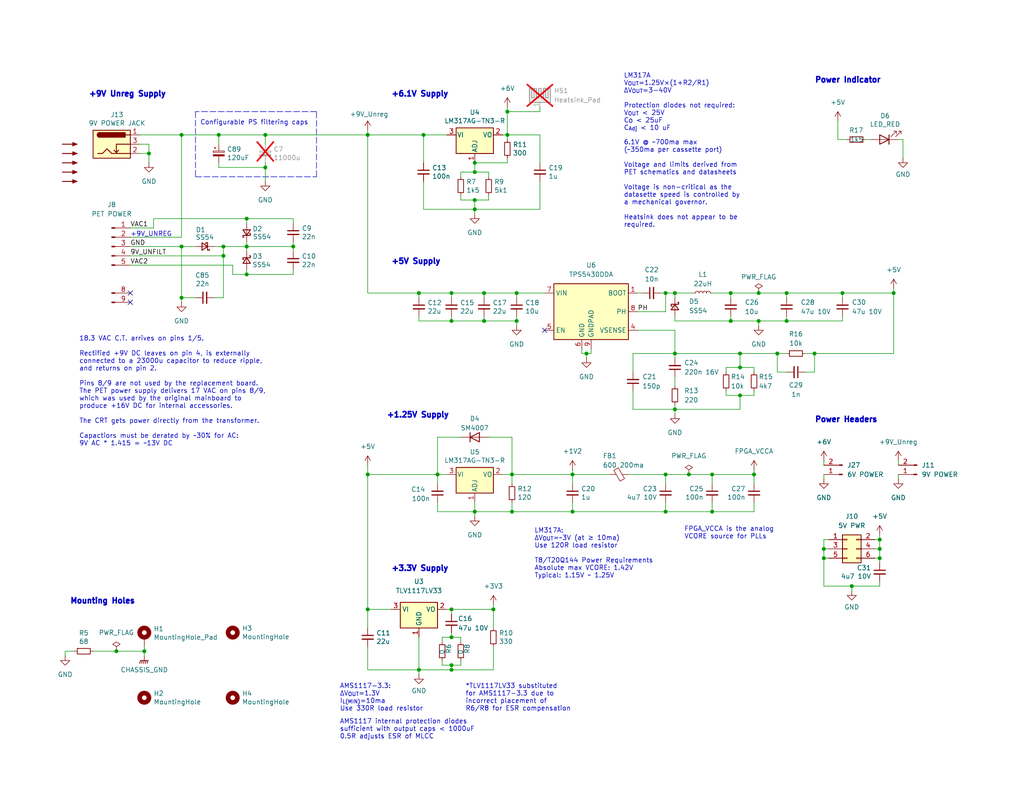
<source format=kicad_sch>
(kicad_sch (version 20231120) (generator "eeschema") (generator_version "8.0")
  (paper "A")
  (title_block (title "EconoPET 40/8096") (date "2023-10-01") (rev "A") (company "https://is.gd/6hpvh6") (comment 1 "Unspecified resistors are 1% / 62.5mW") (comment 2 "Unspecified capacitors are 25V") (comment 3 "Signals with B-prefix are level-shifted from 3V3 to 5V") (comment 4 "License: CC0 1.0 Universal (Public Domain Dedication)"))
  (junction (at 181.61 80.01))
  (junction (at 243.84 80.01))
  (junction (at 224.79 149.86))
  (junction (at 201.93 100.33))
  (junction (at 100.33 166.37))
  (junction (at 181.61 139.7))
  (junction (at 67.31 67.31))
  (junction (at 240.03 147.32))
  (junction (at 139.7 139.7))
  (junction (at 114.3 182.88))
  (junction (at 129.54 46.99))
  (junction (at 224.79 152.4))
  (junction (at 222.25 96.52))
  (junction (at 123.19 80.01))
  (junction (at 207.01 80.01))
  (junction (at 132.08 80.01))
  (junction (at 240.03 149.86))
  (junction (at 40.64 41.91))
  (junction (at 31.75 177.8))
  (junction (at 80.01 67.31))
  (junction (at 194.31 139.7))
  (junction (at 100.33 36.83))
  (junction (at 129.54 57.15))
  (junction (at 49.53 81.28))
  (junction (at 138.43 30.48))
  (junction (at 132.08 87.63))
  (junction (at 212.09 96.52))
  (junction (at 129.54 44.45))
  (junction (at 59.69 36.83))
  (junction (at 201.93 107.95))
  (junction (at 232.41 160.02))
  (junction (at 160.02 96.52))
  (junction (at 194.31 129.54))
  (junction (at 67.31 59.69))
  (junction (at 39.37 177.8))
  (junction (at 201.93 96.52))
  (junction (at 187.96 129.54))
  (junction (at 229.87 80.01))
  (junction (at 72.39 45.72))
  (junction (at 123.19 173.99))
  (junction (at 140.97 87.63))
  (junction (at 49.53 67.31))
  (junction (at 184.15 80.01))
  (junction (at 114.3 80.01))
  (junction (at 184.15 96.52))
  (junction (at 156.21 129.54))
  (junction (at 123.19 182.88))
  (junction (at 240.03 152.4))
  (junction (at 123.19 181.61))
  (junction (at 115.57 36.83))
  (junction (at 181.61 129.54))
  (junction (at 184.15 111.76))
  (junction (at 49.53 36.83))
  (junction (at 214.63 87.63))
  (junction (at 134.62 166.37))
  (junction (at 72.39 36.83))
  (junction (at 138.43 36.83))
  (junction (at 205.74 129.54))
  (junction (at 156.21 139.7))
  (junction (at 60.96 67.31))
  (junction (at 140.97 80.01))
  (junction (at 214.63 80.01))
  (junction (at 100.33 129.54))
  (junction (at 123.19 87.63))
  (junction (at 129.54 54.61))
  (junction (at 123.19 166.37))
  (junction (at 139.7 129.54))
  (junction (at 60.96 69.85))
  (junction (at 67.31 74.93))
  (junction (at 119.38 129.54))
  (junction (at 129.54 139.7))
  (junction (at 199.39 87.63))
  (junction (at 207.01 87.63))
  (junction (at 199.39 80.01))
  (no_connect (at 148.59 90.17))
  (no_connect (at 35.56 80.01))
  (no_connect (at 35.56 82.55))
  (wire (pts (xy 147.32 49.53) (xy 147.32 57.15)))
  (wire (pts (xy 59.69 36.83) (xy 72.39 36.83)))
  (wire (pts (xy 72.39 44.45) (xy 72.39 45.72)))
  (wire (pts (xy 229.87 86.36) (xy 229.87 87.63)))
  (wire (pts (xy 140.97 80.01) (xy 140.97 81.28)))
  (wire (pts (xy 31.75 177.8) (xy 39.37 177.8)))
  (wire (pts (xy 140.97 86.36) (xy 140.97 87.63)))
  (wire (pts (xy 115.57 36.83) (xy 121.92 36.83)))
  (wire (pts (xy 184.15 96.52) (xy 201.93 96.52)))
  (wire (pts (xy 156.21 129.54) (xy 156.21 132.08)))
  (wire (pts (xy 125.73 53.34) (xy 125.73 54.61)))
  (wire (pts (xy 184.15 111.76) (xy 184.15 113.03)))
  (wire (pts (xy 222.25 96.52) (xy 219.71 96.52)))
  (wire (pts (xy 245.11 125.73) (xy 245.11 127)))
  (wire (pts (xy 243.84 78.74) (xy 243.84 80.01)))
  (wire (pts (xy 214.63 96.52) (xy 212.09 96.52)))
  (wire (pts (xy 100.33 127) (xy 100.33 129.54)))
  (wire (pts (xy 198.12 101.6) (xy 198.12 100.33)))
  (wire (pts (xy 129.54 57.15) (xy 129.54 58.42)))
  (wire (pts (xy 205.74 129.54) (xy 205.74 128.27)))
  (wire (pts (xy 114.3 184.15) (xy 114.3 182.88)))
  (wire (pts (xy 156.21 137.16) (xy 156.21 139.7)))
  (wire (pts (xy 184.15 87.63) (xy 184.15 86.36)))
  (wire (pts (xy 125.73 181.61) (xy 125.73 180.34)))
  (wire (pts (xy 49.53 81.28) (xy 49.53 82.55)))
  (wire (pts (xy 181.61 80.01) (xy 181.61 85.09)))
  (wire (pts (xy 35.56 69.85) (xy 60.96 69.85)))
  (wire (pts (xy 181.61 139.7) (xy 194.31 139.7)))
  (wire (pts (xy 158.75 96.52) (xy 158.75 95.25)))
  (wire (pts (xy 67.31 73.66) (xy 67.31 74.93)))
  (wire (pts (xy 214.63 86.36) (xy 214.63 87.63)))
  (wire (pts (xy 140.97 80.01) (xy 132.08 80.01)))
  (wire (pts (xy 134.62 166.37) (xy 134.62 171.45)))
  (wire (pts (xy 205.74 129.54) (xy 205.74 132.08)))
  (wire (pts (xy 129.54 54.61) (xy 129.54 57.15)))
  (wire (pts (xy 123.19 181.61) (xy 125.73 181.61)))
  (wire (pts (xy 187.96 129.54) (xy 194.31 129.54)))
  (wire (pts (xy 140.97 88.9) (xy 140.97 87.63)))
  (wire (pts (xy 137.16 36.83) (xy 138.43 36.83)))
  (wire (pts (xy 40.64 41.91) (xy 40.64 44.45)))
  (wire (pts (xy 138.43 36.83) (xy 147.32 36.83)))
  (wire (pts (xy 201.93 107.95) (xy 201.93 111.76)))
  (polyline (pts (xy 53.34 30.48) (xy 53.34 48.26)) (stroke (width 0) (type dash)))
  (wire (pts (xy 129.54 46.99) (xy 125.73 46.99)))
  (wire (pts (xy 214.63 80.01) (xy 229.87 80.01)))
  (wire (pts (xy 129.54 44.45) (xy 138.43 44.45)))
  (wire (pts (xy 161.29 95.25) (xy 161.29 96.52)))
  (wire (pts (xy 194.31 129.54) (xy 205.74 129.54)))
  (wire (pts (xy 58.42 81.28) (xy 60.96 81.28)))
  (wire (pts (xy 139.7 132.08) (xy 139.7 129.54)))
  (polyline (pts (xy 86.36 48.26) (xy 86.36 30.48)) (stroke (width 0) (type dash)))
  (wire (pts (xy 156.21 139.7) (xy 181.61 139.7)))
  (wire (pts (xy 184.15 87.63) (xy 199.39 87.63)))
  (wire (pts (xy 100.33 129.54) (xy 100.33 166.37)))
  (wire (pts (xy 172.72 111.76) (xy 184.15 111.76)))
  (wire (pts (xy 115.57 36.83) (xy 115.57 44.45)))
  (wire (pts (xy 224.79 149.86) (xy 226.06 149.86)))
  (wire (pts (xy 184.15 90.17) (xy 184.15 96.52)))
  (wire (pts (xy 240.03 152.4) (xy 240.03 153.67)))
  (wire (pts (xy 224.79 147.32) (xy 224.79 149.86)))
  (wire (pts (xy 114.3 182.88) (xy 114.3 173.99)))
  (wire (pts (xy 120.65 180.34) (xy 120.65 181.61)))
  (wire (pts (xy 214.63 87.63) (xy 229.87 87.63)))
  (wire (pts (xy 229.87 81.28) (xy 229.87 80.01)))
  (wire (pts (xy 184.15 80.01) (xy 184.15 81.28)))
  (wire (pts (xy 198.12 106.68) (xy 198.12 107.95)))
  (wire (pts (xy 133.35 48.26) (xy 133.35 46.99)))
  (wire (pts (xy 133.35 119.38) (xy 139.7 119.38)))
  (wire (pts (xy 181.61 85.09) (xy 173.99 85.09)))
  (wire (pts (xy 138.43 43.18) (xy 138.43 44.45)))
  (wire (pts (xy 60.96 69.85) (xy 60.96 67.31)))
  (wire (pts (xy 123.19 182.88) (xy 134.62 182.88)))
  (wire (pts (xy 147.32 36.83) (xy 147.32 44.45)))
  (wire (pts (xy 80.01 59.69) (xy 80.01 60.96)))
  (wire (pts (xy 199.39 86.36) (xy 199.39 87.63)))
  (wire (pts (xy 240.03 149.86) (xy 240.03 152.4)))
  (wire (pts (xy 156.21 128.27) (xy 156.21 129.54)))
  (wire (pts (xy 205.74 139.7) (xy 205.74 137.16)))
  (wire (pts (xy 181.61 129.54) (xy 171.45 129.54)))
  (wire (pts (xy 138.43 30.48) (xy 147.32 30.48)))
  (wire (pts (xy 115.57 57.15) (xy 115.57 49.53)))
  (wire (pts (xy 40.64 39.37) (xy 40.64 41.91)))
  (wire (pts (xy 138.43 30.48) (xy 138.43 36.83)))
  (wire (pts (xy 240.03 158.75) (xy 240.03 160.02)))
  (wire (pts (xy 194.31 80.01) (xy 199.39 80.01)))
  (wire (pts (xy 119.38 119.38) (xy 125.73 119.38)))
  (wire (pts (xy 123.19 166.37) (xy 134.62 166.37)))
  (wire (pts (xy 80.01 74.93) (xy 80.01 73.66)))
  (wire (pts (xy 114.3 87.63) (xy 123.19 87.63)))
  (wire (pts (xy 194.31 132.08) (xy 194.31 129.54)))
  (wire (pts (xy 35.56 72.39) (xy 63.5 72.39)))
  (wire (pts (xy 67.31 66.04) (xy 67.31 67.31)))
  (wire (pts (xy 120.65 181.61) (xy 123.19 181.61)))
  (wire (pts (xy 132.08 80.01) (xy 132.08 81.28)))
  (polyline (pts (xy 86.36 30.48) (xy 53.34 30.48)) (stroke (width 0) (type dash)))
  (wire (pts (xy 134.62 165.1) (xy 134.62 166.37)))
  (wire (pts (xy 132.08 80.01) (xy 123.19 80.01)))
  (wire (pts (xy 243.84 80.01) (xy 243.84 96.52)))
  (wire (pts (xy 138.43 29.21) (xy 138.43 30.48)))
  (wire (pts (xy 232.41 160.02) (xy 224.79 160.02)))
  (wire (pts (xy 67.31 59.69) (xy 80.01 59.69)))
  (wire (pts (xy 148.59 80.01) (xy 140.97 80.01)))
  (wire (pts (xy 184.15 96.52) (xy 184.15 97.79)))
  (wire (pts (xy 224.79 160.02) (xy 224.79 152.4)))
  (wire (pts (xy 156.21 129.54) (xy 166.37 129.54)))
  (wire (pts (xy 199.39 81.28) (xy 199.39 80.01)))
  (wire (pts (xy 214.63 81.28) (xy 214.63 80.01)))
  (wire (pts (xy 199.39 80.01) (xy 207.01 80.01)))
  (wire (pts (xy 222.25 101.6) (xy 222.25 96.52)))
  (wire (pts (xy 181.61 137.16) (xy 181.61 139.7)))
  (wire (pts (xy 181.61 80.01) (xy 184.15 80.01)))
  (wire (pts (xy 125.73 46.99) (xy 125.73 48.26)))
  (wire (pts (xy 72.39 36.83) (xy 72.39 39.37)))
  (wire (pts (xy 134.62 182.88) (xy 134.62 176.53)))
  (wire (pts (xy 17.78 177.8) (xy 20.32 177.8)))
  (wire (pts (xy 238.76 152.4) (xy 240.03 152.4)))
  (wire (pts (xy 243.84 96.52) (xy 222.25 96.52)))
  (wire (pts (xy 41.91 59.69) (xy 67.31 59.69)))
  (wire (pts (xy 139.7 139.7) (xy 156.21 139.7)))
  (wire (pts (xy 180.34 80.01) (xy 181.61 80.01)))
  (wire (pts (xy 129.54 44.45) (xy 129.54 46.99)))
  (wire (pts (xy 123.19 80.01) (xy 114.3 80.01)))
  (wire (pts (xy 224.79 149.86) (xy 224.79 152.4)))
  (wire (pts (xy 184.15 102.87) (xy 184.15 105.41)))
  (wire (pts (xy 201.93 96.52) (xy 212.09 96.52)))
  (wire (pts (xy 194.31 139.7) (xy 205.74 139.7)))
  (wire (pts (xy 139.7 129.54) (xy 137.16 129.54)))
  (wire (pts (xy 181.61 129.54) (xy 187.96 129.54)))
  (wire (pts (xy 100.33 35.56) (xy 100.33 36.83)))
  (wire (pts (xy 58.42 67.31) (xy 60.96 67.31)))
  (wire (pts (xy 184.15 96.52) (xy 172.72 96.52)))
  (wire (pts (xy 63.5 74.93) (xy 67.31 74.93)))
  (wire (pts (xy 60.96 67.31) (xy 67.31 67.31)))
  (wire (pts (xy 238.76 149.86) (xy 240.03 149.86)))
  (wire (pts (xy 224.79 125.73) (xy 224.79 127)))
  (wire (pts (xy 199.39 87.63) (xy 207.01 87.63)))
  (wire (pts (xy 41.91 59.69) (xy 41.91 62.23)))
  (wire (pts (xy 194.31 139.7) (xy 194.31 137.16)))
  (wire (pts (xy 72.39 45.72) (xy 72.39 49.53)))
  (wire (pts (xy 245.11 129.54) (xy 245.11 130.81)))
  (wire (pts (xy 49.53 81.28) (xy 53.34 81.28)))
  (wire (pts (xy 198.12 100.33) (xy 201.93 100.33)))
  (wire (pts (xy 240.03 147.32) (xy 240.03 149.86)))
  (wire (pts (xy 184.15 90.17) (xy 173.99 90.17)))
  (wire (pts (xy 123.19 86.36) (xy 123.19 87.63)))
  (wire (pts (xy 133.35 53.34) (xy 133.35 54.61)))
  (wire (pts (xy 17.78 179.07) (xy 17.78 177.8)))
  (wire (pts (xy 119.38 129.54) (xy 121.92 129.54)))
  (wire (pts (xy 67.31 68.58) (xy 67.31 67.31)))
  (wire (pts (xy 100.33 176.53) (xy 100.33 182.88)))
  (wire (pts (xy 63.5 74.93) (xy 63.5 72.39)))
  (wire (pts (xy 39.37 177.8) (xy 39.37 176.53)))
  (wire (pts (xy 212.09 101.6) (xy 212.09 96.52)))
  (wire (pts (xy 132.08 87.63) (xy 140.97 87.63)))
  (wire (pts (xy 59.69 45.72) (xy 59.69 44.45)))
  (wire (pts (xy 201.93 100.33) (xy 205.74 100.33)))
  (wire (pts (xy 67.31 59.69) (xy 67.31 60.96)))
  (wire (pts (xy 224.79 152.4) (xy 226.06 152.4)))
  (wire (pts (xy 100.33 166.37) (xy 100.33 171.45)))
  (wire (pts (xy 121.92 166.37) (xy 123.19 166.37)))
  (wire (pts (xy 129.54 46.99) (xy 133.35 46.99)))
  (wire (pts (xy 201.93 111.76) (xy 184.15 111.76)))
  (wire (pts (xy 172.72 106.68) (xy 172.72 111.76)))
  (wire (pts (xy 172.72 96.52) (xy 172.72 101.6)))
  (wire (pts (xy 240.03 160.02) (xy 232.41 160.02)))
  (wire (pts (xy 49.53 36.83) (xy 59.69 36.83)))
  (wire (pts (xy 129.54 139.7) (xy 129.54 137.16)))
  (wire (pts (xy 80.01 67.31) (xy 80.01 66.04)))
  (wire (pts (xy 214.63 101.6) (xy 212.09 101.6)))
  (wire (pts (xy 229.87 80.01) (xy 243.84 80.01)))
  (wire (pts (xy 129.54 57.15) (xy 115.57 57.15)))
  (wire (pts (xy 238.76 147.32) (xy 240.03 147.32)))
  (wire (pts (xy 120.65 173.99) (xy 123.19 173.99)))
  (wire (pts (xy 25.4 177.8) (xy 31.75 177.8)))
  (wire (pts (xy 246.38 38.1) (xy 246.38 43.18)))
  (wire (pts (xy 205.74 106.68) (xy 205.74 107.95)))
  (wire (pts (xy 114.3 86.36) (xy 114.3 87.63)))
  (wire (pts (xy 72.39 36.83) (xy 100.33 36.83)))
  (wire (pts (xy 123.19 166.37) (xy 123.19 167.64)))
  (wire (pts (xy 39.37 179.07) (xy 39.37 177.8)))
  (wire (pts (xy 129.54 139.7) (xy 139.7 139.7)))
  (polyline (pts (xy 53.34 48.26) (xy 86.36 48.26)) (stroke (width 0) (type dash)))
  (wire (pts (xy 132.08 86.36) (xy 132.08 87.63)))
  (wire (pts (xy 59.69 36.83) (xy 59.69 39.37)))
  (wire (pts (xy 49.53 67.31) (xy 53.34 67.31)))
  (wire (pts (xy 59.69 45.72) (xy 72.39 45.72)))
  (wire (pts (xy 125.73 54.61) (xy 129.54 54.61)))
  (wire (pts (xy 207.01 87.63) (xy 214.63 87.63)))
  (wire (pts (xy 123.19 87.63) (xy 132.08 87.63)))
  (wire (pts (xy 184.15 80.01) (xy 189.23 80.01)))
  (wire (pts (xy 100.33 36.83) (xy 115.57 36.83)))
  (wire (pts (xy 184.15 111.76) (xy 184.15 110.49)))
  (wire (pts (xy 40.64 41.91) (xy 38.1 41.91)))
  (wire (pts (xy 100.33 129.54) (xy 119.38 129.54)))
  (wire (pts (xy 181.61 129.54) (xy 181.61 132.08)))
  (wire (pts (xy 119.38 139.7) (xy 119.38 137.16)))
  (wire (pts (xy 123.19 172.72) (xy 123.19 173.99)))
  (wire (pts (xy 35.56 62.23) (xy 41.91 62.23)))
  (wire (pts (xy 60.96 69.85) (xy 60.96 81.28)))
  (wire (pts (xy 224.79 129.54) (xy 224.79 130.81)))
  (wire (pts (xy 125.73 173.99) (xy 125.73 175.26)))
  (wire (pts (xy 49.53 67.31) (xy 49.53 81.28)))
  (wire (pts (xy 237.49 38.1) (xy 236.22 38.1)))
  (wire (pts (xy 67.31 74.93) (xy 80.01 74.93)))
  (wire (pts (xy 207.01 80.01) (xy 214.63 80.01)))
  (wire (pts (xy 232.41 160.02) (xy 232.41 161.29)))
  (wire (pts (xy 38.1 36.83) (xy 49.53 36.83)))
  (wire (pts (xy 245.11 38.1) (xy 246.38 38.1)))
  (wire (pts (xy 198.12 107.95) (xy 201.93 107.95)))
  (wire (pts (xy 173.99 80.01) (xy 175.26 80.01)))
  (wire (pts (xy 100.33 182.88) (xy 114.3 182.88)))
  (wire (pts (xy 119.38 129.54) (xy 119.38 119.38)))
  (wire (pts (xy 119.38 129.54) (xy 119.38 132.08)))
  (wire (pts (xy 219.71 101.6) (xy 222.25 101.6)))
  (wire (pts (xy 160.02 96.52) (xy 160.02 97.79)))
  (wire (pts (xy 201.93 107.95) (xy 205.74 107.95)))
  (wire (pts (xy 129.54 57.15) (xy 147.32 57.15)))
  (wire (pts (xy 129.54 54.61) (xy 133.35 54.61)))
  (wire (pts (xy 67.31 67.31) (xy 80.01 67.31)))
  (wire (pts (xy 201.93 96.52) (xy 201.93 100.33)))
  (wire (pts (xy 100.33 36.83) (xy 100.33 80.01)))
  (wire (pts (xy 224.79 147.32) (xy 226.06 147.32)))
  (wire (pts (xy 205.74 100.33) (xy 205.74 101.6)))
  (wire (pts (xy 139.7 119.38) (xy 139.7 129.54)))
  (wire (pts (xy 123.19 173.99) (xy 125.73 173.99)))
  (wire (pts (xy 100.33 80.01) (xy 114.3 80.01)))
  (wire (pts (xy 35.56 64.77) (xy 49.53 64.77)))
  (wire (pts (xy 80.01 67.31) (xy 80.01 68.58)))
  (wire (pts (xy 138.43 36.83) (xy 138.43 38.1)))
  (wire (pts (xy 35.56 67.31) (xy 49.53 67.31)))
  (wire (pts (xy 38.1 39.37) (xy 40.64 39.37)))
  (wire (pts (xy 123.19 80.01) (xy 123.19 81.28)))
  (wire (pts (xy 240.03 146.05) (xy 240.03 147.32)))
  (wire (pts (xy 139.7 129.54) (xy 156.21 129.54)))
  (wire (pts (xy 231.14 38.1) (xy 228.6 38.1)))
  (wire (pts (xy 139.7 137.16) (xy 139.7 139.7)))
  (wire (pts (xy 119.38 139.7) (xy 129.54 139.7)))
  (wire (pts (xy 114.3 182.88) (xy 123.19 182.88)))
  (wire (pts (xy 160.02 96.52) (xy 158.75 96.52)))
  (wire (pts (xy 207.01 87.63) (xy 207.01 88.9)))
  (wire (pts (xy 49.53 36.83) (xy 49.53 64.77)))
  (wire (pts (xy 129.54 139.7) (xy 129.54 140.97)))
  (wire (pts (xy 161.29 96.52) (xy 160.02 96.52)))
  (wire (pts (xy 114.3 80.01) (xy 114.3 81.28)))
  (wire (pts (xy 120.65 175.26) (xy 120.65 173.99)))
  (wire (pts (xy 147.32 30.48) (xy 147.32 29.21)))
  (wire (pts (xy 123.19 181.61) (xy 123.19 182.88)))
  (wire (pts (xy 100.33 166.37) (xy 106.68 166.37)))
  (wire (pts (xy 228.6 33.02) (xy 228.6 38.1)))
  (text "*TLV1117LV33 substituted\nfor AMS1117-3.3 due to\nincorrect placement of\nR6/R8 for ESR compensation" (at 127 190.5 0) (effects (font (size 1.27 1.27)) (justify left)))
  (text "LM317A:\nΔV_{OUT}=~3V (at ≥ 10ma)\nUse 120R load resistor\n\nT8/T20Q144 Power Requirements\nAbsolute max VCORE: 1.42V\nTypical: 1.15V ~ 1.25V" (at 145.796 157.988 0) (effects (font (size 1.27 1.27)) (justify left bottom)))
  (text "18.3 VAC C.T. arrives on pins 1/5.\n\nRectified +9V DC leaves on pin 4, is externally\nconnected to a 23000u capacitor to reduce ripple,\nand returns on pin 2.\n\nPins 8/9 are not used by the replacement board.\nThe PET power supply delivers 17 VAC on pins 8/9,\nwhich was used by the original mainboard to\nproduce +16V DC for internal accessories.\n\nThe CRT gets power directly from the transformer.\n\nCapactiors must be derated by ~30% for AC:\n9V AC * 1.415 = ~13V DC" (at 21.59 121.92 0) (effects (font (size 1.27 1.27)) (justify left bottom)))
  (text "Power Indicator" (at 222.25 22.86 0) (effects (font (size 1.5 1.5) (thickness 0.8) (bold yes)) (justify left bottom)))
  (text "+9V_UNREG" (at 35.56 64.77 0) (effects (font (size 1.27 1.27)) (justify left bottom)))
  (text "+9V Unreg Supply" (at 24.13 26.67 0) (effects (font (size 1.5 1.5) (thickness 0.8) (bold yes)) (justify left bottom)))
  (text "Configurable PS filtering caps" (at 54.61 34.29 0) (effects (font (size 1.27 1.27)) (justify left bottom)))
  (text "+6.1V Supply" (at 106.68 26.67 0) (effects (font (size 1.5 1.5) (thickness 0.8) (bold yes)) (justify left bottom)))
  (text "Power Headers" (at 222.25 115.57 0) (effects (font (size 1.5 1.5) (thickness 0.8) (bold yes)) (justify left bottom)))
  (text "FPGA_VCCA is the analog\nVCORE source for PLLs" (at 186.69 147.32 0) (effects (font (size 1.27 1.27)) (justify left bottom)))
  (text "AMS1117-3.3:\nΔV_{OUT}=1.3V\nI_{L(MIN)}=10ma\nUse 330R load resistor" (at 92.71 194.31 0) (effects (font (size 1.27 1.27)) (justify left bottom)))
  (text "+5V Supply" (at 106.68 72.39 0) (effects (font (size 1.5 1.5) (thickness 0.8) (bold yes)) (justify left bottom)))
  (text "AMS1117 internal protection diodes\nsufficient with output caps < 1000uF\n0.5R adjusts ESR of MLCC" (at 92.71 201.93 0) (effects (font (size 1.27 1.27)) (justify left bottom)))
  (text "Mounting Holes" (at 19.05 165.1 0) (effects (font (size 1.5 1.5) (thickness 0.8) (bold yes)) (justify left bottom)))
  (text "+1.25V Supply" (at 105.41 114.3 0) (effects (font (size 1.5 1.5) (thickness 0.8) (bold yes)) (justify left bottom)))
  (text "+3.3V Supply" (at 106.68 156.21 0) (effects (font (size 1.5 1.5) (thickness 0.8) (bold yes)) (justify left bottom)))
  (text "6.1V @ ~700ma max\n(~350ma per cassette port)\n\nVoltage and limits derived from\nPET schematics and datasheets\n\nVoltage is non-critical as the\ndatasette speed is controlled by\na mechanical governor.\n\nHeatsink does not appear to be\nrequired." (at 170.18 62.23 0) (effects (font (size 1.27 1.27)) (justify left bottom)))
  (text "LM317A\nV_{OUT}=1.25V×(1+R2/R1)\nΔV_{OUT}=3-40V\n\nProtection diodes not required:\nV_{OUT} < 25V\nC_{O} < 25uF\nC_{Adj} < 10 uF\n" (at 170.18 35.814 0) (effects (font (size 1.27 1.27)) (justify left bottom)))
  (label "GND" (at 35.56 67.31 0))
  (label "9V_UNFILT" (at 35.56 69.85 0))
  (label "VAC1" (at 35.56 62.23 0))
  (label "VAC2" (at 35.56 72.39 0))
  (label "PH" (at 173.99 85.09 0))
  (symbol (lib_id "Connector:Barrel_Jack_Switch") (at 30.48 39.37 0) (unit 1)
    (property "Reference" "J13" (at 31.9278 31.3182 0))
    (property "Value" "9V POWER JACK" (at 31.9278 33.6296 0))
    (property "Footprint" "PET:BarrelJack_Horizontal" (effects (hide yes)))
    (property "Datasheet" "https://www.mouser.com/datasheet/2/222/KLDX_0202-334781.pdf" (effects (hide yes)))
    (property "MOUSER" "806-KLDX-0202-B" (effects (hide yes)))
  )
  (symbol (lib_id "Device:LED") (at 241.3 38.1 180) (unit 1)
    (property "Reference" "D6" (at 241.4778 31.623 0))
    (property "Value" "LED_RED" (at 241.4778 33.9344 0))
    (property "Footprint" "LED_SMD:LED_0603_1608Metric" (effects (hide yes)))
    (property "Datasheet" "https://jlcpcb.com/api/file/downloadByFileSystemAccessId/8550723991833485312" (effects (hide yes)))
    (property "LCSC" "C2286" (effects (hide yes)))
  )
  (symbol (lib_id "Mechanical:MountingHole") (at 63.5 172.72 0) (unit 1)
    (property "Reference" "H3" (at 66.04 171.5516 0) (effects (justify left)))
    (property "Value" "MountingHole" (at 66.04 173.863 0) (effects (justify left)))
    (property "Footprint" "PET:PET_MountingHole_4mm" (effects (hide yes)))
  )
  (symbol (lib_id "Device:C_Small") (at 80.01 63.5 0) (unit 1)
    (property "Reference" "C9" (at 82.3468 62.3316 0) (effects (justify left)))
    (property "Value" "22n" (at 82.3468 64.643 0) (effects (justify left)))
    (property "Footprint" "Capacitor_SMD:C_0402_1005Metric" (effects (hide yes)))
    (property "Datasheet" "https://www.lcsc.com/datasheet/lcsc_datasheet_2304140030_FH--Guangdong-Fenghua-Advanced-Tech-0402B223K500NT_C1532.pdf" (effects (hide yes)))
    (property "LCSC" "C1532" (effects (hide yes)))
  )
  (symbol (lib_id "Device:D_Schottky_Small") (at 67.31 63.5 90) (unit 1)
    (property "Reference" "D2" (at 70.231 62.484 90))
    (property "Value" "SS54" (at 71.501 64.643 90))
    (property "Footprint" "Diode_SMD:D_SMA" (effects (hide yes)))
    (property "Datasheet" "https://www.lcsc.com/datasheet/lcsc_datasheet_2407101107_MDD-Microdiode-Semiconductor-SS54_C22452.pdf" (effects (hide yes)))
    (property "LCSC" "C22452" (effects (hide yes)))
  )
  (symbol (lib_id "Device:D_Schottky_Small") (at 67.31 71.12 270) (unit 1)
    (property "Reference" "D3" (at 70.231 69.977 90))
    (property "Value" "SS54" (at 71.374 72.263 90))
    (property "Footprint" "Diode_SMD:D_SMA" (effects (hide yes)))
    (property "Datasheet" "https://www.lcsc.com/datasheet/lcsc_datasheet_2407101107_MDD-Microdiode-Semiconductor-SS54_C22452.pdf" (effects (hide yes)))
    (property "LCSC" "C22452" (effects (hide yes)))
  )
  (symbol (lib_id "Device:D_Schottky_Small") (at 55.88 67.31 180) (unit 1)
    (property "Reference" "D1" (at 54.737 62.738 0))
    (property "Value" "SS54" (at 55.88 64.77 0))
    (property "Footprint" "Diode_SMD:D_SMA" (effects (hide yes)))
    (property "Datasheet" "https://www.lcsc.com/datasheet/lcsc_datasheet_2407101107_MDD-Microdiode-Semiconductor-SS54_C22452.pdf" (effects (hide yes)))
    (property "LCSC" "C22452" (effects (hide yes)))
  )
  (symbol (lib_id "Device:C_Small") (at 80.01 71.12 0) (unit 1)
    (property "Reference" "C10" (at 82.3468 69.9516 0) (effects (justify left)))
    (property "Value" "22n" (at 82.3468 72.263 0) (effects (justify left)))
    (property "Footprint" "Capacitor_SMD:C_0402_1005Metric" (effects (hide yes)))
    (property "Datasheet" "https://www.lcsc.com/datasheet/lcsc_datasheet_2304140030_FH--Guangdong-Fenghua-Advanced-Tech-0402B223K500NT_C1532.pdf" (effects (hide yes)))
    (property "LCSC" "C1532" (effects (hide yes)))
  )
  (symbol (lib_id "Device:C_Small") (at 55.88 81.28 90) (unit 1)
    (property "Reference" "C85" (at 57.15 75.1586 90) (effects (justify left)))
    (property "Value" "22n" (at 57.15 77.47 90) (effects (justify left)))
    (property "Footprint" "Capacitor_SMD:C_0402_1005Metric" (effects (hide yes)))
    (property "Datasheet" "https://www.lcsc.com/datasheet/lcsc_datasheet_2304140030_FH--Guangdong-Fenghua-Advanced-Tech-0402B223K500NT_C1532.pdf" (effects (hide yes)))
    (property "LCSC" "C1532" (effects (hide yes)))
  )
  (symbol (lib_id "Mechanical:MountingHole_Pad") (at 39.37 173.99 0) (unit 1)
    (property "Reference" "H1" (at 41.91 171.6786 0) (effects (justify left)))
    (property "Value" "MountingHole_Pad" (at 41.91 173.99 0) (effects (justify left)))
    (property "Footprint" "MountingHole:MountingHole_4mm_Pad" (effects (hide yes)))
  )
  (symbol (lib_id "Device:R_Small") (at 22.86 177.8 270) (unit 1)
    (property "Reference" "R5" (at 22.86 172.8216 90))
    (property "Value" "68" (at 22.86 175.133 90))
    (property "Footprint" "Resistor_SMD:R_0805_2012Metric" (effects (hide yes)))
    (property "Datasheet" "https://www.lcsc.com/datasheet/lcsc_datasheet_2205311830_UNI-ROYAL-Uniroyal-Elec-0805W8F680JT5E_C17802.pdf" (effects (hide yes)))
    (property "LCSC" "C17802" (effects (hide yes)))
  )
  (symbol (lib_id "EconoPET:+9V_Unreg") (at 245.11 125.73 0) (unit 1)
    (property "Reference" "#PWR0184" (effects (hide yes)))
    (property "Value" "+9V_Unreg" (at 245.11 120.65 0))
  )
  (symbol (lib_id "Device:FerriteBead_Small") (at 168.91 129.54 270) (mirror x) (unit 1)
    (property "Reference" "FB1" (at 164.465 124.46 90) (effects (justify left)))
    (property "Value" "600 200ma" (at 164.465 127 90) (effects (justify left)))
    (property "Footprint" "Inductor_SMD:L_0603_1608Metric" (effects (hide yes)))
    (property "Datasheet" "https://www.lcsc.com/datasheet/lcsc_datasheet_2310301640_Sunlord-GZ1608D601TF_C1002.pdf" (effects (hide yes)))
    (property "LCSC" "C1002" (effects (hide yes)))
  )
  (symbol (lib_id "Mechanical:MountingHole") (at 39.37 190.5 0) (unit 1)
    (property "Reference" "H2" (at 41.91 189.3316 0) (effects (justify left)))
    (property "Value" "MountingHole" (at 41.91 191.643 0) (effects (justify left)))
    (property "Footprint" "PET:PET_MountingHole_4mm" (effects (hide yes)))
  )
  (symbol (lib_id "power:+5V") (at 240.03 146.05 0) (unit 1)
    (property "Reference" "#PWR031" (effects (hide yes)))
    (property "Value" "+5V" (at 240.03 140.97 0))
    (property "Description" "Power symbol creates a global label with name \"+5V\"" (effects (hide yes)))
  )
  (symbol (lib_id "power:+3V3") (at 134.62 165.1 0) (unit 1)
    (property "Reference" "#PWR021" (effects (hide yes)))
    (property "Value" "+3V3" (at 134.62 160.02 0))
    (property "Description" "Power symbol creates a global label with name \"+3V3\"" (effects (hide yes)))
  )
  (symbol (lib_id "power:GND") (at 17.78 179.07 0) (unit 1)
    (property "Reference" "#PWR011" (effects (hide yes)))
    (property "Value" "GND" (at 17.78 184.15 0))
    (property "Description" "Power symbol creates a global label with name \"GND\" , ground" (effects (hide yes)))
  )
  (symbol (lib_id "Regulator_Linear:LM317_TO-252") (at 129.54 129.54 0) (unit 1)
    (property "Reference" "U5" (at 129.54 123.3932 0))
    (property "Value" "LM317AG-TN3-R" (at 129.54 125.7046 0))
    (property "Footprint" "Package_TO_SOT_SMD:TO-252-2" (effects (hide yes)))
    (property "Datasheet" "https://www.lcsc.com/datasheet/lcsc_datasheet_2304140030_UTC-Unisonic-Tech-LM317AG-TN3-R_C75510.pdf" (effects (hide yes)))
    (property "LCSC" "C75510" (effects (hide yes)))
  )
  (symbol (lib_id "Regulator_Linear:LM317_TO-252") (at 129.54 36.83 0) (unit 1)
    (property "Reference" "U4" (at 129.54 30.6832 0))
    (property "Value" "LM317AG-TN3-R" (at 129.54 32.9946 0))
    (property "Footprint" "Package_TO_SOT_SMD:TO-252-2" (effects (hide yes)))
    (property "Datasheet" "https://www.lcsc.com/datasheet/lcsc_datasheet_2304140030_UTC-Unisonic-Tech-LM317AG-TN3-R_C75510.pdf" (effects (hide yes)))
    (property "LCSC" "C75510" (effects (hide yes)))
  )
  (symbol (lib_id "Device:R_Small") (at 184.15 107.95 0) (unit 1)
    (property "Reference" "R13" (at 186.69 106.6799 0) (effects (justify left)))
    (property "Value" "220" (at 186.69 109.2199 0) (effects (justify left)))
    (property "Footprint" "Resistor_SMD:R_0402_1005Metric" (effects (hide yes)))
    (property "Datasheet" "https://www.lcsc.com/datasheet/lcsc_datasheet_2205311900_UNI-ROYAL-Uniroyal-Elec-0402WGF2200TCE_C25091.pdf" (effects (hide yes)))
    (property "Description" "Resistor, small symbol" (effects (hide yes)))
    (property "LCSC" "C25091" (effects (hide yes)))
  )
  (symbol (lib_id "Device:R_Small") (at 120.65 177.8 0) (mirror x) (unit 1)
    (property "Reference" "R6" (at 122.428 175.768 90) (effects (justify left)))
    (property "Value" "0" (at 120.65 177.292 90) (effects (justify left)))
    (property "Footprint" "Resistor_SMD:R_0603_1608Metric" (effects (hide yes)))
    (property "Datasheet" "https://jlcpcb.com/api/file/downloadByFileSystemAccessId/8578255895094087680" (effects (hide yes)))
    (property "LCSC" "C21189" (effects (hide yes)))
  )
  (symbol (lib_id "Connector:Conn_01x02_Pin") (at 250.19 129.54 180) (unit 1)
    (property "Reference" "J11" (at 251.46 126.9999 0) (effects (justify right)))
    (property "Value" "9V POWER" (at 251.46 129.5399 0) (effects (justify right)))
    (property "Footprint" "Connector_PinHeader_2.54mm:PinHeader_1x02_P2.54mm_Vertical" (effects (hide yes)))
    (property "Description" "Generic connector, single row, 01x02, script generated" (effects (hide yes)))
    (property "MOUSER" "649-1012937891002BLF" (effects (hide yes)))
  )
  (symbol (lib_id "Regulator_Linear:AMS1117-3.3") (at 114.3 166.37 0) (unit 1)
    (property "Reference" "U3" (at 114.3 158.75 0))
    (property "Value" "TLV1117LV33" (at 114.3 161.29 0))
    (property "Footprint" "Package_TO_SOT_SMD:SOT-223-3_TabPin2" (effects (hide yes)))
    (property "Datasheet" "https://www.ti.com/cn/lit/gpn/tlv1117lv" (effects (hide yes)))
    (property "Description" "1A Low Dropout regulator, positive, 3.3V fixed output, SOT-223" (effects (hide yes)))
    (property "LCSC" "C15578" (effects (hide yes)))
  )
  (symbol (lib_id "power:GND") (at 224.79 130.81 0) (unit 1)
    (property "Reference" "#PWR0181" (effects (hide yes)))
    (property "Value" "GND" (at 224.79 135.89 0))
    (property "Description" "Power symbol creates a global label with name \"GND\" , ground" (effects (hide yes)))
  )
  (symbol (lib_id "Device:C_Small") (at 229.87 83.82 180) (unit 1)
    (property "Reference" "C30" (at 232.41 82.5435 0) (effects (justify right)))
    (property "Value" "47u 10V" (at 232.41 85.0835 0) (effects (justify right)))
    (property "Footprint" "Capacitor_SMD:C_1206_3216Metric" (effects (hide yes)))
    (property "Datasheet" "https://product.samsungsem.com/mlcc/CL31A476MPHNNN.do" (effects (hide yes)))
    (property "Description" "Unpolarized capacitor, small symbol" (effects (hide yes)))
    (property "LCSC" "C96123" (effects (hide yes)))
  )
  (symbol (lib_id "power:GND") (at 207.01 88.9 0) (unit 1)
    (property "Reference" "#PWR028" (effects (hide yes)))
    (property "Value" "GND" (at 207.01 93.98 0))
    (property "Description" "Power symbol creates a global label with name \"GND\" , ground" (effects (hide yes)))
  )
  (symbol (lib_id "Device:C_Small") (at 132.08 83.82 0) (unit 1)
    (property "Reference" "C17" (at 134.4168 82.6516 0) (effects (justify left)))
    (property "Value" "22u" (at 134.4168 84.963 0) (effects (justify left)))
    (property "Footprint" "Capacitor_SMD:C_0805_2012Metric" (effects (hide yes)))
    (property "Datasheet" "https://product.samsungsem.com/mlcc/CL21A226MAQNNN.do" (effects (hide yes)))
    (property "LCSC" "C45783" (effects (hide yes)))
  )
  (symbol (lib_id "EconoPET:FPGA_VCCA") (at 205.74 128.27 0) (unit 1)
    (property "Reference" "#PWR027" (effects (hide yes)))
    (property "Value" "FPGA_VCCA" (at 205.74 123.19 0))
  )
  (symbol (lib_id "Device:C_Small") (at 140.97 83.82 0) (unit 1)
    (property "Reference" "C18" (at 143.3068 82.6516 0) (effects (justify left)))
    (property "Value" "10u" (at 143.3068 84.963 0) (effects (justify left)))
    (property "Footprint" "Capacitor_SMD:C_0603_1608Metric" (effects (hide yes)))
    (property "Datasheet" "https://product.samsungsem.com/mlcc/CL10A106MA8NRN.do" (effects (hide yes)))
    (property "LCSC" "C96446" (effects (hide yes)))
  )
  (symbol (lib_id "Device:C_Small") (at 100.33 173.99 0) (unit 1)
    (property "Reference" "C11" (at 102.6668 172.8216 0) (effects (justify left)))
    (property "Value" "22u" (at 102.6668 175.133 0) (effects (justify left)))
    (property "Footprint" "Capacitor_SMD:C_0805_2012Metric" (effects (hide yes)))
    (property "Datasheet" "https://product.samsungsem.com/mlcc/CL21A226MAQNNN.do" (effects (hide yes)))
    (property "LCSC" "C45783" (effects (hide yes)))
  )
  (symbol (lib_id "Device:C_Small") (at 184.15 100.33 180) (unit 1)
    (property "Reference" "C24" (at 186.69 99.0535 0) (effects (justify right)))
    (property "Value" "220n 16V" (at 186.69 101.5935 0) (effects (justify right)))
    (property "Footprint" "Capacitor_SMD:C_0402_1005Metric" (effects (hide yes)))
    (property "Datasheet" "https://product.samsungsem.com/mlcc/CL05B224KO5NNN.do" (effects (hide yes)))
    (property "Description" "Unpolarized capacitor, small symbol" (effects (hide yes)))
    (property "LCSC" "C16772" (effects (hide yes)))
  )
  (symbol (lib_id "Device:C_Polarized_Small") (at 72.39 41.91 0) (unit 1) (dnp yes)
    (property "Reference" "C7" (at 74.6252 40.7416 0) (effects (justify left)))
    (property "Value" "11000u" (at 74.6252 43.053 0) (effects (justify left)))
    (property "Footprint" "EconoPET:CP_Radial_D16.0mm_P7.50mm" (effects (hide yes)))
    (property "Datasheet" "https://www.chemi-con.co.jp/products/relatedfiles/capacitor/catalog/LBVLL-e.PDF" (effects (hide yes)))
    (property "MOUSER" "661-BV250L113AL40S" (effects (hide yes)))
  )
  (symbol (lib_id "Device:C_Small") (at 199.39 83.82 180) (unit 1)
    (property "Reference" "C26" (at 203.2 82.5435 0) (effects (justify right)))
    (property "Value" "10u" (at 203.2 85.0835 0) (effects (justify right)))
    (property "Footprint" "Capacitor_SMD:C_0603_1608Metric" (effects (hide yes)))
    (property "Datasheet" "https://product.samsungsem.com/mlcc/CL10A106MA8NRN.do" (effects (hide yes)))
    (property "Description" "Unpolarized capacitor, small symbol" (effects (hide yes)))
    (property "LCSC" "C96446" (effects (hide yes)))
  )
  (symbol (lib_name "SYM_Arrow_Small_2") (lib_id "Graphic:SYM_Arrow_Small") (at 19.05 46.99 0) (unit 1) (exclude_from_sim yes) (in_bom no) (on_board no)
    (property "Reference" "SYM3" (effects (hide yes)))
    (property "Value" "SYM_Arrow_Small" (effects (hide yes)))
    (property "Footprint" "EconoPET:EconoPET_Model" (effects (hide yes)))
    (property "Description" "Filled arrow, 160mil" (effects (hide yes)))
  )
  (symbol (lib_id "power:GND") (at 72.39 49.53 0) (unit 1)
    (property "Reference" "#PWR015" (effects (hide yes)))
    (property "Value" "GND" (at 72.39 54.61 0))
    (property "Description" "Power symbol creates a global label with name \"GND\" , ground" (effects (hide yes)))
  )
  (symbol (lib_id "power:PWR_FLAG") (at 31.75 177.8 0) (unit 1)
    (property "Reference" "#FLG01" (effects (hide yes)))
    (property "Value" "PWR_FLAG" (at 31.75 172.72 0))
    (property "Description" "Special symbol for telling ERC where power comes from" (effects (hide yes)))
  )
  (symbol (lib_id "power:GND") (at 232.41 161.29 0) (unit 1)
    (property "Reference" "#PWR030" (effects (hide yes)))
    (property "Value" "GND" (at 232.41 165.735 0))
    (property "Description" "Power symbol creates a global label with name \"GND\" , ground" (effects (hide yes)))
  )
  (symbol (lib_id "power:GND") (at 184.15 113.03 0) (unit 1)
    (property "Reference" "#PWR026" (effects (hide yes)))
    (property "Value" "GND" (at 184.15 118.11 0))
    (property "Description" "Power symbol creates a global label with name \"GND\" , ground" (effects (hide yes)))
  )
  (symbol (lib_id "Device:C_Small") (at 181.61 134.62 0) (mirror y) (unit 1)
    (property "Reference" "C23" (at 179.2732 133.4516 0) (effects (justify left)))
    (property "Value" "4u7 10V" (at 179.2732 135.763 0) (effects (justify left)))
    (property "Footprint" "Capacitor_SMD:C_0402_1005Metric" (effects (hide yes)))
    (property "Datasheet" "https://product.samsungsem.com/mlcc/CL05A475MP5NRN.do" (effects (hide yes)))
    (property "LCSC" "C23733" (effects (hide yes)))
  )
  (symbol (lib_id "Device:R_Small") (at 134.62 173.99 0) (unit 1)
    (property "Reference" "R10" (at 136.1186 172.8216 0) (effects (justify left)))
    (property "Value" "330" (at 136.1186 175.133 0) (effects (justify left)))
    (property "Footprint" "Resistor_SMD:R_0603_1608Metric" (effects (hide yes)))
    (property "Datasheet" "https://www.lcsc.com/datasheet/lcsc_datasheet_2206010116_UNI-ROYAL-Uniroyal-Elec-0603WAF3300T5E_C23138.pdf" (effects (hide yes)))
    (property "LCSC" "C23138" (effects (hide yes)))
  )
  (symbol (lib_id "Device:C_Small") (at 119.38 134.62 180) (unit 1)
    (property "Reference" "C14" (at 116.078 133.604 0) (effects (justify left)))
    (property "Value" "100n" (at 117.348 136.144 0) (effects (justify left)))
    (property "Footprint" "Capacitor_SMD:C_0402_1005Metric" (effects (hide yes)))
    (property "Datasheet" "https://product.samsungsem.com/mlcc/CL05B104KB54PN.do" (effects (hide yes)))
    (property "LCSC" "C307331" (effects (hide yes)))
  )
  (symbol (lib_id "Graphic:SYM_Arrow_Small") (at 19.05 39.37 0) (unit 1) (exclude_from_sim yes) (in_bom no)
    (property "Reference" "SYM1" (effects (hide yes)))
    (property "Value" "SYM_Arrow_Small" (effects (hide yes)))
    (property "Footprint" "Symbol:Symbol_Barrel_Polarity" (effects (hide yes)))
    (property "Description" "Filled arrow, 160mil" (effects (hide yes)))
  )
  (symbol (lib_id "EconoPET:+9V_Unreg") (at 100.33 35.56 0) (unit 1)
    (property "Reference" "#PWR016" (effects (hide yes)))
    (property "Value" "+9V_Unreg" (at 100.711 31.1658 0))
  )
  (symbol (lib_id "power:PWR_FLAG") (at 187.96 129.54 0) (unit 1)
    (property "Reference" "#FLG02" (effects (hide yes)))
    (property "Value" "PWR_FLAG" (at 187.96 124.46 0))
    (property "Description" "Special symbol for telling ERC where power comes from" (effects (hide yes)))
  )
  (symbol (lib_id "Device:C_Small") (at 217.17 101.6 270) (unit 1)
    (property "Reference" "C29" (at 217.17 105.156 90))
    (property "Value" "1n" (at 217.17 107.696 90))
    (property "Footprint" "Capacitor_SMD:C_0402_1005Metric" (effects (hide yes)))
    (property "Datasheet" "https://www.lcsc.com/datasheet/lcsc_datasheet_2304140030_FH--Guangdong-Fenghua-Advanced-Tech-0402B102K500NT_C1523.pdf" (effects (hide yes)))
    (property "Description" "Unpolarized capacitor, small symbol" (effects (hide yes)))
    (property "LCSC" "C1523" (effects (hide yes)))
  )
  (symbol (lib_id "Device:C_Small") (at 177.8 80.01 90) (unit 1)
    (property "Reference" "C22" (at 177.8063 73.66 90))
    (property "Value" "10n" (at 177.8063 76.2 90))
    (property "Footprint" "Capacitor_SMD:C_0402_1005Metric" (effects (hide yes)))
    (property "Datasheet" "https://product.samsungsem.com/mlcc/CL05B103KB5NNN.do" (effects (hide yes)))
    (property "Description" "Unpolarized capacitor, small symbol" (effects (hide yes)))
    (property "LCSC" "C15195" (effects (hide yes)))
  )
  (symbol (lib_id "power:+5V") (at 100.33 127 0) (unit 1)
    (property "Reference" "#PWR017" (effects (hide yes)))
    (property "Value" "+5V" (at 100.33 121.92 0))
    (property "Description" "Power symbol creates a global label with name \"+5V\"" (effects (hide yes)))
  )
  (symbol (lib_id "Device:C_Small") (at 194.31 134.62 0) (mirror y) (unit 1)
    (property "Reference" "C25" (at 191.9732 133.4516 0) (effects (justify left)))
    (property "Value" "100n" (at 191.9732 135.763 0) (effects (justify left)))
    (property "Footprint" "Capacitor_SMD:C_0402_1005Metric" (effects (hide yes)))
    (property "Datasheet" "https://product.samsungsem.com/mlcc/CL05B104KB54PN.do" (effects (hide yes)))
    (property "LCSC" "C307331" (effects (hide yes)))
  )
  (symbol (lib_id "Device:C_Small") (at 114.3 83.82 0) (unit 1)
    (property "Reference" "C12" (at 116.6368 82.6516 0) (effects (justify left)))
    (property "Value" "22u" (at 116.6368 84.963 0) (effects (justify left)))
    (property "Footprint" "Capacitor_SMD:C_0805_2012Metric" (effects (hide yes)))
    (property "Datasheet" "https://product.samsungsem.com/mlcc/CL21A226MAQNNN.do" (effects (hide yes)))
    (property "LCSC" "C45783" (effects (hide yes)))
  )
  (symbol (lib_id "power:GND") (at 140.97 88.9 0) (unit 1)
    (property "Reference" "#PWR023" (effects (hide yes)))
    (property "Value" "GND" (at 140.97 93.98 0))
    (property "Description" "Power symbol creates a global label with name \"GND\" , ground" (effects (hide yes)))
  )
  (symbol (lib_id "Device:L_Small") (at 191.77 80.01 90) (unit 1)
    (property "Reference" "L1" (at 191.77 74.93 90))
    (property "Value" "22uH" (at 191.77 77.47 90))
    (property "Footprint" "JLCPCB:IND-SMD_L12.5-W12.5" (effects (hide yes)))
    (property "Datasheet" "https://wmsc.lcsc.com/wmsc/upload/file/pdf/v2/lcsc/2111241930_SXN-Shun-Xiang-Nuo-Elec-SMDRI129-220MT_C2924827.pdf" (effects (hide yes)))
    (property "Description" "Inductor, small symbol" (effects (hide yes)))
    (property "LCSC" "C2924827" (effects (hide yes)))
  )
  (symbol (lib_id "Device:R_Small") (at 125.73 177.8 0) (mirror x) (unit 1)
    (property "Reference" "R8" (at 127.508 175.768 90) (effects (justify left)))
    (property "Value" "0" (at 125.73 177.292 90) (effects (justify left)))
    (property "Footprint" "Resistor_SMD:R_0603_1608Metric" (effects (hide yes)))
    (property "Datasheet" "https://jlcpcb.com/api/file/downloadByFileSystemAccessId/8578255895094087680" (effects (hide yes)))
    (property "LCSC" "C21189" (effects (hide yes)))
  )
  (symbol (lib_id "power:GND") (at 40.64 44.45 0) (unit 1)
    (property "Reference" "#PWR012" (effects (hide yes)))
    (property "Value" "GND" (at 40.64 49.53 0))
    (property "Description" "Power symbol creates a global label with name \"GND\" , ground" (effects (hide yes)))
  )
  (symbol (lib_id "power:+5V") (at 243.84 78.74 0) (unit 1)
    (property "Reference" "#PWR032" (effects (hide yes)))
    (property "Value" "+5V" (at 243.84 73.66 0))
    (property "Description" "Power symbol creates a global label with name \"+5V\"" (effects (hide yes)))
  )
  (symbol (lib_id "Device:R_Small") (at 198.12 104.14 0) (unit 1)
    (property "Reference" "R14" (at 199.39 102.87 0) (effects (justify left)))
    (property "Value" "10k" (at 199.39 105.41 0) (effects (justify left)))
    (property "Footprint" "Resistor_SMD:R_0402_1005Metric" (effects (hide yes)))
    (property "Datasheet" "https://jlcpcb.com/api/file/downloadByFileSystemAccessId/8556212101498380288" (effects (hide yes)))
    (property "Description" "Resistor, small symbol" (effects (hide yes)))
    (property "LCSC" "C25744" (effects (hide yes)))
  )
  (symbol (lib_id "power:+6V") (at 138.43 29.21 0) (unit 1)
    (property "Reference" "#PWR022" (effects (hide yes)))
    (property "Value" "+6V" (at 138.43 24.13 0))
    (property "Description" "Power symbol creates a global label with name \"+6V\"" (effects (hide yes)))
  )
  (symbol (lib_id "power:+6V") (at 224.79 125.73 0) (unit 1)
    (property "Reference" "#PWR0185" (effects (hide yes)))
    (property "Value" "+6V" (at 224.79 120.65 0))
    (property "Description" "Power symbol creates a global label with name \"+6V\"" (effects (hide yes)))
  )
  (symbol (lib_id "Diode:SM4007") (at 129.54 119.38 0) (unit 1)
    (property "Reference" "D4" (at 129.54 114.3 0))
    (property "Value" "SM4007" (at 129.54 116.84 0))
    (property "Footprint" "Diode_SMD:D_SOD-123F" (effects (hide yes)))
    (property "Datasheet" "https://www.lcsc.com/datasheet/lcsc_datasheet_2407101127_MDD-Microdiode-Semiconductor-SM4007PL_C64898.pdf" (effects (hide yes)))
    (property "Description" "1000V 1A General Purpose Rectifier Diode, MELF" (effects (hide yes)))
    (property "LCSC" "C64898" (effects (hide yes)))
    (property "Sim.Device" "D" (effects (hide yes)))
    (property "Sim.Pins" "1=K 2=A" (effects (hide yes)))
  )
  (symbol (lib_id "Device:C_Small") (at 205.74 134.62 0) (mirror y) (unit 1)
    (property "Reference" "C27" (at 203.4032 133.4516 0) (effects (justify left)))
    (property "Value" "100n" (at 203.4032 135.763 0) (effects (justify left)))
    (property "Footprint" "Capacitor_SMD:C_0402_1005Metric" (effects (hide yes)))
    (property "Datasheet" "https://product.samsungsem.com/mlcc/CL05B104KB54PN.do" (effects (hide yes)))
    (property "LCSC" "C307331" (effects (hide yes)))
  )
  (symbol (lib_id "power:+5V") (at 228.6 33.02 0) (unit 1)
    (property "Reference" "#PWR029" (effects (hide yes)))
    (property "Value" "+5V" (at 228.6 27.94 0))
    (property "Description" "Power symbol creates a global label with name \"+5V\"" (effects (hide yes)))
  )
  (symbol (lib_id "Device:R_Small") (at 233.68 38.1 90) (unit 1)
    (property "Reference" "R17" (at 235.585 35.56 90) (effects (justify left)))
    (property "Value" "1k5" (at 235.585 38.1 90) (effects (justify left)))
    (property "Footprint" "Resistor_SMD:R_0402_1005Metric" (effects (hide yes)))
    (property "Datasheet" "https://www.lcsc.com/datasheet/lcsc_datasheet_2206010045_UNI-ROYAL-Uniroyal-Elec-0402WGF1501TCE_C25867.pdf" (effects (hide yes)))
    (property "LCSC" "C25867" (effects (hide yes)))
  )
  (symbol (lib_id "Device:C_Small") (at 123.19 83.82 0) (unit 1)
    (property "Reference" "C15" (at 125.5268 82.6516 0) (effects (justify left)))
    (property "Value" "22u" (at 125.5268 84.963 0) (effects (justify left)))
    (property "Footprint" "Capacitor_SMD:C_0805_2012Metric" (effects (hide yes)))
    (property "Datasheet" "https://product.samsungsem.com/mlcc/CL21A226MAQNNN.do" (effects (hide yes)))
    (property "LCSC" "C45783" (effects (hide yes)))
  )
  (symbol (lib_id "Regulator_Switching:TPS5430DDA") (at 161.29 85.09 0) (unit 1)
    (property "Reference" "U6" (at 161.29 72.39 0))
    (property "Value" "TPS5430DDA" (at 161.29 74.93 0))
    (property "Footprint" "EconoPET:TI_SO-PowerPAD-8_ThermalVias" (effects (hide yes)))
    (property "Datasheet" "https://www.lcsc.com/datasheet/lcsc_datasheet_1811081920_Texas-Instruments-TPS5430DDAR_C9864.pdf" (effects (hide yes)))
    (property "Description" "3A, Step Down Swift Converter, Adjustable Output Voltage, 5.5-36V Input Voltage, PowerSO-8" (effects (hide yes)))
    (property "LCSC" "C9864" (effects (hide yes)))
  )
  (symbol (lib_id "power:GND") (at 129.54 140.97 0) (unit 1)
    (property "Reference" "#PWR020" (effects (hide yes)))
    (property "Value" "GND" (at 129.54 146.05 0))
    (property "Description" "Power symbol creates a global label with name \"GND\" , ground" (effects (hide yes)))
  )
  (symbol (lib_id "power:GND") (at 114.3 184.15 0) (unit 1)
    (property "Reference" "#PWR018" (effects (hide yes)))
    (property "Value" "GND" (at 114.3 188.595 0))
    (property "Description" "Power symbol creates a global label with name \"GND\" , ground" (effects (hide yes)))
  )
  (symbol (lib_id "power:+1V2") (at 156.21 128.27 0) (unit 1)
    (property "Reference" "#PWR024" (effects (hide yes)))
    (property "Value" "+1V2" (at 156.21 123.19 0))
    (property "Description" "Power symbol creates a global label with name \"+1V2\"" (effects (hide yes)))
  )
  (symbol (lib_name "SYM_Arrow_Small_3") (lib_id "Graphic:SYM_Arrow_Small") (at 19.05 49.53 0) (unit 1) (exclude_from_sim yes) (in_bom no)
    (property "Reference" "SYM4" (effects (hide yes)))
    (property "Value" "SYM_Arrow_Small" (effects (hide yes)))
    (property "Footprint" "Symbol:OSHW-Logo2_7.3x6mm_SilkScreen" (effects (hide yes)))
    (property "Description" "Filled arrow, 160mil" (effects (hide yes)))
  )
  (symbol (lib_id "Device:C_Small") (at 115.57 46.99 0) (unit 1)
    (property "Reference" "C13" (at 117.9068 45.8216 0) (effects (justify left)))
    (property "Value" "100n" (at 117.9068 48.133 0) (effects (justify left)))
    (property "Footprint" "Capacitor_SMD:C_0402_1005Metric" (effects (hide yes)))
    (property "Datasheet" "https://product.samsungsem.com/mlcc/CL05B104KB54PN.do" (effects (hide yes)))
    (property "LCSC" "C307331" (effects (hide yes)))
  )
  (symbol (lib_id "Mechanical:Heatsink_Pad") (at 147.32 26.67 0) (unit 1) (dnp yes)
    (property "Reference" "HS1" (at 151.13 24.7649 0) (effects (justify left)))
    (property "Value" "Heatsink_Pad" (at 151.13 27.3049 0) (effects (justify left)))
    (property "Footprint" "PET:V1100SMDBL_or_573100D00000G" (effects (hide yes)))
    (property "Datasheet" "http://www.assmann-wsw.com/uploads/datasheets/ASS_0855_HS.pdf" (effects (hide yes)))
    (property "DIGI-KEY" "AE10775-ND" (effects (hide yes)))
    (property "MOUSER" "532-573100D00000G" (effects (hide yes)))
  )
  (symbol (lib_name "SYM_Arrow_Small_1") (lib_id "Graphic:SYM_Arrow_Small") (at 19.05 44.45 0) (unit 1) (exclude_from_sim yes) (in_bom no)
    (property "Reference" "SYM5" (effects (hide yes)))
    (property "Value" "SYM_Arrow_Small" (effects (hide yes)))
    (property "Footprint" "EconoPET:EconoPET_QR" (effects (hide yes)))
    (property "Description" "Filled arrow, 160mil" (effects (hide yes)))
  )
  (symbol (lib_id "Mechanical:MountingHole") (at 63.5 190.5 0) (unit 1)
    (property "Reference" "H4" (at 66.04 189.3316 0) (effects (justify left)))
    (property "Value" "MountingHole" (at 66.04 191.643 0) (effects (justify left)))
    (property "Footprint" "PET:PET_MountingHole_4mm" (effects (hide yes)))
  )
  (symbol (lib_id "Device:C_Polarized_Small") (at 59.69 41.91 0) (unit 1)
    (property "Reference" "C89" (at 61.9252 40.7416 0) (effects (justify left)))
    (property "Value" "120uF" (at 61.9252 43.053 0) (effects (justify left)))
    (property "Footprint" "EconoPET:CP_Radial_D24.0mm_P5.00mm_P7.50mm_P10.00mm_SnapIn" (effects (hide yes)))
    (property "Datasheet" "https://industrial.panasonic.com/cdbs/www-data/pdf/RDF0000/ABA0000C1018.pdf" (effects (hide yes)))
    (property "Description" "120uF 50V low-ESR capacitor" (effects (hide yes)))
    (property "MOUSER" "667-EEU-FM1H121LB" (effects (hide yes)))
  )
  (symbol (lib_id "Device:R_Small") (at 133.35 50.8 0) (unit 1)
    (property "Reference" "R9" (at 134.8486 49.6316 0) (effects (justify left)))
    (property "Value" "5k1" (at 134.8486 51.943 0) (effects (justify left)))
    (property "Footprint" "Resistor_SMD:R_0402_1005Metric" (effects (hide yes)))
    (property "Datasheet" "https://www.lcsc.com/datasheet/lcsc_datasheet_2206010045_UNI-ROYAL-Uniroyal-Elec-0402WGF5101TCE_C25905.pdf" (effects (hide yes)))
    (property "LCSC" "C25905" (effects (hide yes)))
  )
  (symbol (lib_id "EconoPET:CHASSIS_GND") (at 39.37 179.07 0) (unit 1)
    (property "Reference" "#PWR013" (effects (hide yes)))
    (property "Value" "CHASSIS_GND" (at 39.37 182.88 0))
  )
  (symbol (lib_id "Device:C_Small") (at 123.19 170.18 0) (mirror y) (unit 1)
    (property "Reference" "C16" (at 124.968 168.91 0) (effects (justify right)))
    (property "Value" "47u 10V" (at 124.968 171.45 0) (effects (justify right)))
    (property "Footprint" "Capacitor_SMD:C_1206_3216Metric" (effects (hide yes)))
    (property "Datasheet" "https://product.samsungsem.com/mlcc/CL31A476MPHNNN.do" (effects (hide yes)))
    (property "Description" "Unpolarized capacitor, small symbol" (effects (hide yes)))
    (property "LCSC" "C96123" (effects (hide yes)))
  )
  (symbol (lib_id "Device:C_Small") (at 214.63 83.82 180) (unit 1)
    (property "Reference" "C28" (at 218.44 82.5435 0) (effects (justify right)))
    (property "Value" "47u 10V" (at 218.44 85.0835 0) (effects (justify right)))
    (property "Footprint" "Capacitor_SMD:C_1206_3216Metric" (effects (hide yes)))
    (property "Datasheet" "https://product.samsungsem.com/mlcc/CL31A476MPHNNN.do" (effects (hide yes)))
    (property "Description" "Unpolarized capacitor, small symbol" (effects (hide yes)))
    (property "LCSC" "C96123" (effects (hide yes)))
  )
  (symbol (lib_id "Device:R_Small") (at 217.17 96.52 270) (unit 1)
    (property "Reference" "R16" (at 217.17 91.186 90))
    (property "Value" "10k" (at 217.17 93.726 90))
    (property "Footprint" "Resistor_SMD:R_0402_1005Metric" (effects (hide yes)))
    (property "Datasheet" "https://jlcpcb.com/api/file/downloadByFileSystemAccessId/8556212101498380288" (effects (hide yes)))
    (property "Description" "Resistor, small symbol" (effects (hide yes)))
    (property "LCSC" "C25744" (effects (hide yes)))
  )
  (symbol (lib_id "Device:C_Small") (at 156.21 134.62 0) (unit 1)
    (property "Reference" "C20" (at 158.5468 133.4516 0) (effects (justify left)))
    (property "Value" "1u" (at 158.5468 135.763 0) (effects (justify left)))
    (property "Footprint" "Capacitor_SMD:C_0402_1005Metric" (effects (hide yes)))
    (property "Datasheet" "https://product.samsungsem.com/mlcc/CL05A105KA5NQN.do" (effects (hide yes)))
    (property "LCSC" "C52923" (effects (hide yes)))
  )
  (symbol (lib_name "SYM_Arrow_Small_1") (lib_id "Graphic:SYM_Arrow_Small") (at 19.05 41.91 0) (unit 1) (exclude_from_sim yes) (in_bom no)
    (property "Reference" "SYM2" (effects (hide yes)))
    (property "Value" "SYM_Arrow_Small" (effects (hide yes)))
    (property "Footprint" "EconoPET:EconoPET_Milo" (effects (hide yes)))
    (property "Description" "Filled arrow, 160mil" (effects (hide yes)))
  )
  (symbol (lib_id "power:GND") (at 49.53 82.55 0) (unit 1)
    (property "Reference" "#PWR014" (effects (hide yes)))
    (property "Value" "GND" (at 49.53 87.63 0))
    (property "Description" "Power symbol creates a global label with name \"GND\" , ground" (effects (hide yes)))
  )
  (symbol (lib_id "power:PWR_FLAG") (at 207.01 80.01 0) (unit 1)
    (property "Reference" "#FLG03" (effects (hide yes)))
    (property "Value" "PWR_FLAG" (at 207.01 75.6158 0))
    (property "Description" "Special symbol for telling ERC where power comes from" (effects (hide yes)))
  )
  (symbol (lib_id "Device:D_Schottky_Small") (at 184.15 83.82 270) (unit 1)
    (property "Reference" "D5" (at 187.96 82.2959 90) (effects (justify left)))
    (property "Value" "SS54" (at 187.96 84.8359 90) (effects (justify left)))
    (property "Footprint" "Diode_SMD:D_SMA" (effects (hide yes)))
    (property "Datasheet" "https://www.lcsc.com/datasheet/lcsc_datasheet_2407101107_MDD-Microdiode-Semiconductor-SS54_C22452.pdf" (effects (hide yes)))
    (property "Description" "Schottky diode, small symbol" (effects (hide yes)))
    (property "LCSC" "C22452" (effects (hide yes)))
  )
  (symbol (lib_id "Device:C_Small") (at 240.03 156.21 0) (mirror y) (unit 1)
    (property "Reference" "C31" (at 237.6932 155.0416 0) (effects (justify left)))
    (property "Value" "4u7 10V" (at 237.6932 157.353 0) (effects (justify left)))
    (property "Footprint" "Capacitor_SMD:C_0402_1005Metric" (effects (hide yes)))
    (property "Datasheet" "https://product.samsungsem.com/mlcc/CL05A475MP5NRN.do" (effects (hide yes)))
    (property "LCSC" "C23733" (effects (hide yes)))
  )
  (symbol (lib_id "Device:C_Small") (at 172.72 104.14 180) (unit 1)
    (property "Reference" "C21" (at 175.26 102.8635 0) (effects (justify right)))
    (property "Value" "150p" (at 175.26 105.4035 0) (effects (justify right)))
    (property "Footprint" "Capacitor_SMD:C_0402_1005Metric" (effects (hide yes)))
    (property "Datasheet" "https://www.lcsc.com/datasheet/lcsc_datasheet_2304140030_FH--Guangdong-Fenghua-Advanced-Tech-0402B151K500NT_C1527.pdf" (effects (hide yes)))
    (property "Description" "Unpolarized capacitor, small symbol" (effects (hide yes)))
    (property "LCSC" "C1527" (effects (hide yes)))
  )
  (symbol (lib_id "Device:R_Small") (at 205.74 104.14 0) (unit 1)
    (property "Reference" "R15" (at 207.01 102.87 0) (effects (justify left)))
    (property "Value" "4k7" (at 207.01 105.41 0) (effects (justify left)))
    (property "Footprint" "Resistor_SMD:R_0402_1005Metric" (effects (hide yes)))
    (property "Datasheet" "https://www.lcsc.com/datasheet/lcsc_datasheet_2206010045_UNI-ROYAL-Uniroyal-Elec-0402WGF4701TCE_C25900.pdf" (effects (hide yes)))
    (property "Description" "Resistor, small symbol" (effects (hide yes)))
    (property "LCSC" "C25900" (effects (hide yes)))
  )
  (symbol (lib_id "Device:R_Small") (at 125.73 50.8 0) (unit 1)
    (property "Reference" "R7" (at 127.2286 49.6316 0) (effects (justify left)))
    (property "Value" "1k5" (at 127.2286 51.943 0) (effects (justify left)))
    (property "Footprint" "Resistor_SMD:R_0402_1005Metric" (effects (hide yes)))
    (property "Datasheet" "https://www.lcsc.com/datasheet/lcsc_datasheet_2206010045_UNI-ROYAL-Uniroyal-Elec-0402WGF1501TCE_C25867.pdf" (effects (hide yes)))
    (property "LCSC" "C25867" (effects (hide yes)))
  )
  (symbol (lib_id "Device:R_Small") (at 138.43 40.64 0) (unit 1)
    (property "Reference" "R11" (at 139.9286 39.4716 0) (effects (justify left)))
    (property "Value" "300" (at 139.9286 41.783 0) (effects (justify left)))
    (property "Footprint" "Resistor_SMD:R_0402_1005Metric" (effects (hide yes)))
    (property "Datasheet" "https://www.lcsc.com/datasheet/lcsc_datasheet_2205311900_UNI-ROYAL-Uniroyal-Elec-0402WGF3000TCE_C25102.pdf" (effects (hide yes)))
    (property "LCSC" "C25102" (effects (hide yes)))
  )
  (symbol (lib_id "EconoPET:CBM_PET_POWER_01x09_Male_Keyed") (at 30.48 72.39 0) (unit 1)
    (property "Reference" "J8" (at 30.48 55.88 0))
    (property "Value" "PET POWER" (at 30.48 58.42 0))
    (property "Footprint" "PET:PET_POWER_Molex_KK-396_A-41791-0009_1x09_P3.96mm_Vertical" (effects (hide yes)))
    (property "Datasheet" "https://www.te.com/commerce/DocumentDelivery/DDEController?Action=srchrtrv&DocNm=640384&DocType=Customer+Drawing&DocLang=English&PartCntxt=640384-9&DocFormat=pdf" (effects (hide yes)))
    (property "MOUSER" "571-6403849" (effects (hide yes)))
  )
  (symbol (lib_id "Device:C_Small") (at 147.32 46.99 0) (unit 1)
    (property "Reference" "C19" (at 149.6568 45.8216 0) (effects (justify left)))
    (property "Value" "1u" (at 149.6568 48.133 0) (effects (justify left)))
    (property "Footprint" "Capacitor_SMD:C_0402_1005Metric" (effects (hide yes)))
    (property "Datasheet" "https://product.samsungsem.com/mlcc/CL05A105KA5NQN.do" (effects (hide yes)))
    (property "LCSC" "C52923" (effects (hide yes)))
  )
  (symbol (lib_id "power:GND") (at 160.02 97.79 0) (unit 1)
    (property "Reference" "#PWR025" (effects (hide yes)))
    (property "Value" "GND" (at 160.02 102.87 0))
    (property "Description" "Power symbol creates a global label with name \"GND\" , ground" (effects (hide yes)))
  )
  (symbol (lib_id "power:GND") (at 246.38 43.18 0) (unit 1)
    (property "Reference" "#PWR033" (effects (hide yes)))
    (property "Value" "GND" (at 246.38 47.625 0))
    (property "Description" "Power symbol creates a global label with name \"GND\" , ground" (effects (hide yes)))
  )
  (symbol (lib_id "power:GND") (at 245.11 130.81 0) (unit 1)
    (property "Reference" "#PWR0182" (effects (hide yes)))
    (property "Value" "GND" (at 245.11 135.89 0))
    (property "Description" "Power symbol creates a global label with name \"GND\" , ground" (effects (hide yes)))
  )
  (symbol (lib_id "power:GND") (at 129.54 58.42 0) (unit 1)
    (property "Reference" "#PWR019" (effects (hide yes)))
    (property "Value" "GND" (at 129.54 63.5 0))
    (property "Description" "Power symbol creates a global label with name \"GND\" , ground" (effects (hide yes)))
  )
  (symbol (lib_id "Connector_Generic:Conn_02x03_Odd_Even") (at 231.14 149.86 0) (unit 1)
    (property "Reference" "J10" (at 232.41 140.97 0))
    (property "Value" "5V PWR" (at 232.41 143.51 0))
    (property "Footprint" "Connector_PinHeader_2.54mm:PinHeader_2x03_P2.54mm_Vertical" (effects (hide yes)))
    (property "MOUSER" "649-1012938195002BLF" (effects (hide yes)))
  )
  (symbol (lib_id "Connector:Conn_01x02_Pin") (at 229.87 129.54 180) (unit 1)
    (property "Reference" "J27" (at 231.14 126.9999 0) (effects (justify right)))
    (property "Value" "6V POWER" (at 231.14 129.5399 0) (effects (justify right)))
    (property "Footprint" "Connector_PinHeader_2.54mm:PinHeader_1x02_P2.54mm_Vertical" (effects (hide yes)))
    (property "Description" "Generic connector, single row, 01x02, script generated" (effects (hide yes)))
    (property "MOUSER" "649-1012937891002BLF" (effects (hide yes)))
  )
  (symbol (lib_id "Device:R_Small") (at 139.7 134.62 0) (unit 1)
    (property "Reference" "R12" (at 141.1986 133.4516 0) (effects (justify left)))
    (property "Value" "120" (at 141.1986 135.763 0) (effects (justify left)))
    (property "Footprint" "Resistor_SMD:R_0402_1005Metric" (effects (hide yes)))
    (property "Datasheet" "https://www.lcsc.com/datasheet/lcsc_datasheet_2205311900_UNI-ROYAL-Uniroyal-Elec-0402WGF1200TCE_C25079.pdf" (effects (hide yes)))
    (property "LCSC" "C25079" (effects (hide yes)))
  )
)
</source>
